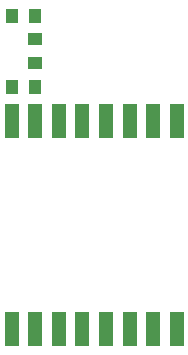
<source format=gbp>
G04 #@! TF.FileFunction,Paste,Bot*
%FSLAX46Y46*%
G04 Gerber Fmt 4.6, Leading zero omitted, Abs format (unit mm)*
G04 Created by KiCad (PCBNEW 4.0.2+e4-6225~38~ubuntu16.04.1-stable) date Wed 15 Jun 2016 08:19:12 PM PDT*
%MOMM*%
G01*
G04 APERTURE LIST*
%ADD10C,0.100000*%
%ADD11R,1.200000X3.000000*%
%ADD12R,1.000000X1.250000*%
%ADD13R,1.250000X1.000000*%
G04 APERTURE END LIST*
D10*
D11*
X102000000Y-78250000D03*
X100000000Y-78250000D03*
X98000000Y-78250000D03*
X96000000Y-78250000D03*
X94000000Y-78250000D03*
X92000000Y-78250000D03*
X90000000Y-78250000D03*
X88000000Y-78250000D03*
X102000000Y-60650000D03*
X100000000Y-60650000D03*
X98000000Y-60650000D03*
X96000000Y-60650000D03*
X94000000Y-60650000D03*
X92000000Y-60650000D03*
X90000000Y-60650000D03*
X88000000Y-60650000D03*
D12*
X90000000Y-57750000D03*
X88000000Y-57750000D03*
X90000000Y-51750000D03*
X88000000Y-51750000D03*
D13*
X90000000Y-55750000D03*
X90000000Y-53750000D03*
M02*

</source>
